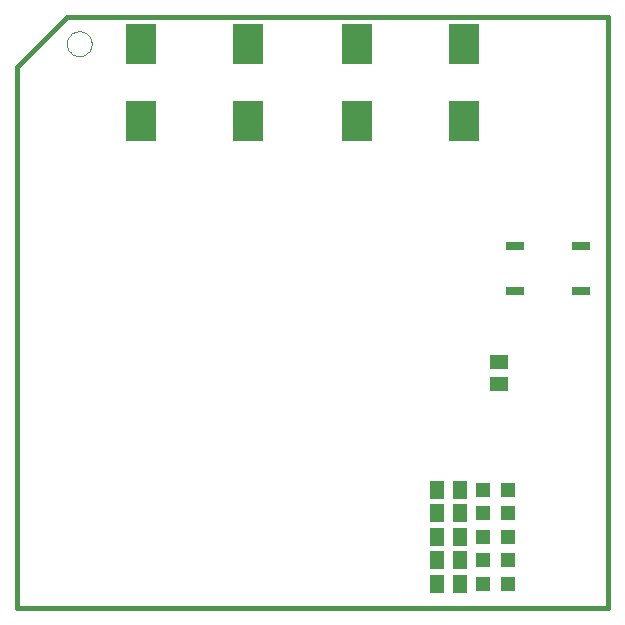
<source format=gtp>
G75*
%MOIN*%
%OFA0B0*%
%FSLAX24Y24*%
%IPPOS*%
%LPD*%
%AMOC8*
5,1,8,0,0,1.08239X$1,22.5*
%
%ADD10C,0.0160*%
%ADD11C,0.0000*%
%ADD12R,0.0472X0.0472*%
%ADD13R,0.0512X0.0591*%
%ADD14R,0.0984X0.1378*%
%ADD15R,0.0600X0.0300*%
%ADD16R,0.0591X0.0512*%
D10*
X002027Y000180D02*
X021712Y000180D01*
X021712Y019865D01*
X003681Y019865D01*
X002027Y018211D01*
X002027Y000180D01*
D11*
X003681Y018979D02*
X003683Y019019D01*
X003689Y019060D01*
X003699Y019099D01*
X003712Y019137D01*
X003730Y019174D01*
X003751Y019208D01*
X003775Y019241D01*
X003802Y019271D01*
X003832Y019298D01*
X003865Y019322D01*
X003899Y019343D01*
X003936Y019361D01*
X003974Y019374D01*
X004013Y019384D01*
X004054Y019390D01*
X004094Y019392D01*
X004134Y019390D01*
X004175Y019384D01*
X004214Y019374D01*
X004252Y019361D01*
X004289Y019343D01*
X004323Y019322D01*
X004356Y019298D01*
X004386Y019271D01*
X004413Y019241D01*
X004437Y019208D01*
X004458Y019174D01*
X004476Y019137D01*
X004489Y019099D01*
X004499Y019060D01*
X004505Y019019D01*
X004507Y018979D01*
X004505Y018939D01*
X004499Y018898D01*
X004489Y018859D01*
X004476Y018821D01*
X004458Y018784D01*
X004437Y018750D01*
X004413Y018717D01*
X004386Y018687D01*
X004356Y018660D01*
X004323Y018636D01*
X004289Y018615D01*
X004252Y018597D01*
X004214Y018584D01*
X004175Y018574D01*
X004134Y018568D01*
X004094Y018566D01*
X004054Y018568D01*
X004013Y018574D01*
X003974Y018584D01*
X003936Y018597D01*
X003899Y018615D01*
X003865Y018636D01*
X003832Y018660D01*
X003802Y018687D01*
X003775Y018717D01*
X003751Y018750D01*
X003730Y018784D01*
X003712Y018821D01*
X003699Y018859D01*
X003689Y018898D01*
X003683Y018939D01*
X003681Y018979D01*
D12*
X017559Y004117D03*
X018386Y004117D03*
X018386Y003330D03*
X017559Y003330D03*
X017559Y002542D03*
X018386Y002542D03*
X018386Y001755D03*
X017559Y001755D03*
X017559Y000967D03*
X018386Y000967D03*
D13*
X016772Y000967D03*
X016024Y000967D03*
X016024Y001755D03*
X016772Y001755D03*
X016772Y002542D03*
X016024Y002542D03*
X016024Y003330D03*
X016772Y003330D03*
X016772Y004117D03*
X016024Y004117D03*
D14*
X016929Y016420D03*
X016929Y018979D03*
X013366Y018979D03*
X013366Y016420D03*
X009705Y016420D03*
X009705Y018979D03*
X006161Y018979D03*
X006161Y016420D03*
D15*
X018605Y012249D03*
X018605Y010749D03*
X020805Y010749D03*
X020805Y012249D03*
D16*
X018090Y008369D03*
X018090Y007621D03*
M02*

</source>
